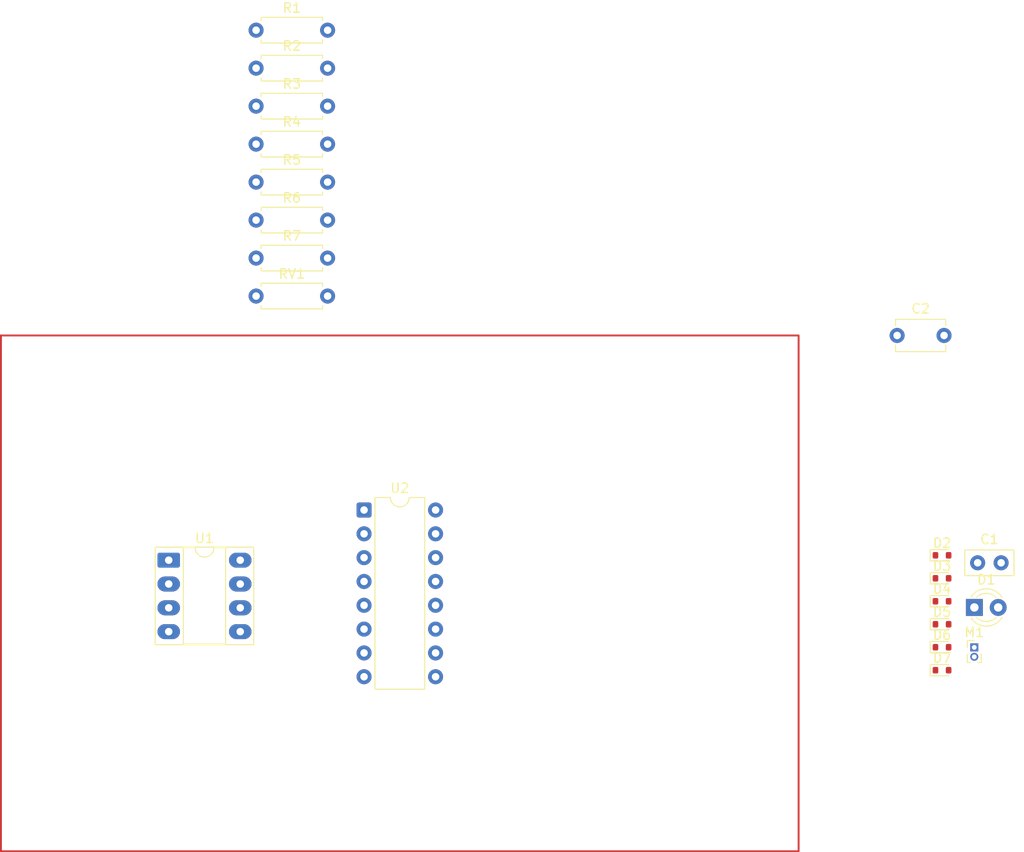
<source format=kicad_pcb>
(kicad_pcb (version 20241229) (generator "pcbnew") (generator_version "9.0")
  (layers (0 "F.Cu" signal) (2 "B.Cu" signal) (13 "F.Paste" user) (15 "B.Paste" user) (5 "F.SilkS" user "F.Silkscreen") (7 "B.SilkS" user "B.Silkscreen") (1 "F.Mask" user) (3 "B.Mask" user) (25 "Edge.Cuts" user))
  (net 0 "")
  (net 1 "Net-(U1-CV)")
  (net 2 "GND")
  (net 3 "Net-(U1-THR)")
  (net 4 "Net-(D1-A)")
  (net 5 "Net-(D2-A)")
  (net 6 "Net-(D2-K)")
  (net 7 "Net-(D3-K)")
  (net 8 "Net-(D4-K)")
  (net 9 "+5V")
  (net 10 "Net-(D6-K)")
  (net 11 "Net-(U1-Q)")
  (net 12 "Net-(U2-EN1,2)")
  (net 13 "Net-(U2-2A)")
  (net 14 "Net-(U2-1A)")
  (net 15 "Net-(U1-R)")
  (footprint "Capacitor_THT:C_Disc_D5.1mm_W3.2mm_P5.00mm" (layer "F.Cu") (at 132.5 51)
    (property "Reference" "C2" (at 2.5 -2.85 0) (layer "F.SilkS"))
    (property "Value" "470p")
    (fp_line (start -0.17 -1.72) (end -0.17 -1.026) (stroke (width 0.12)) (layer "F.SilkS"))
    (fp_line (start -0.17 -1.72) (end 5.17 -1.72) (stroke (width 0.12)) (layer "F.SilkS"))
    (fp_line (start -0.17 1.026) (end -0.17 1.72) (stroke (width 0.12)) (layer "F.SilkS"))
    (fp_line (start -0.17 1.72) (end 5.17 1.72) (stroke (width 0.12)) (layer "F.SilkS"))
    (fp_line (start 5.17 -1.72) (end 5.17 -1.026) (stroke (width 0.12)) (layer "F.SilkS"))
    (fp_line (start 5.17 1.026) (end 5.17 1.72) (stroke (width 0.12)) (layer "F.SilkS"))
    (pad "1" thru_hole circle (at 0 0) (size 1.6 1.6) (drill 0.8) (layers "*.Cu" "*.Mask") (net 3 "Net-(U1-THR)"))
    (pad "2" thru_hole circle (at 5 0) (size 1.6 1.6) (drill 0.8) (layers "*.Cu" "*.Mask") (net 2 "GND"))
  )
  (footprint "Diode_SMD:D_SOD-523" (layer "F.Cu") (at 137.285 84.24)
    (property "Reference" "D6" (at 0 -1.3 0) (layer "F.SilkS"))
    (property "Value" "4007")
    (fp_line (start -1.26 -0.6) (end -1.26 0.6) (stroke (width 0.12)) (layer "F.SilkS"))
    (fp_line (start 0.7 -0.6) (end -1.26 -0.6) (stroke (width 0.12)) (layer "F.SilkS"))
    (fp_line (start 0.7 0.6) (end -1.26 0.6) (stroke (width 0.12)) (layer "F.SilkS"))
    (pad "1" smd roundrect (at -0.7 0 180) (size 0.6 0.7) (layers "F.Cu" "F.Mask" "F.Paste") (net 10 "Net-(D6-K)"))
    (pad "2" smd roundrect (at 0.7 0 180) (size 0.6 0.7) (layers "F.Cu" "F.Mask" "F.Paste") (net 2 "GND"))
  )
  (footprint "Package_DIP:DIP-8_W7.62mm_Socket_LongPads" (layer "F.Cu") (at 54.88 74.96)
    (property "Reference" "U1" (at 3.81 -2.33 0) (layer "F.SilkS"))
    (property "Value" "555")
    (fp_line (start 1.56 -1.33) (end 1.56 8.95) (stroke (width 0.12)) (layer "F.SilkS"))
    (fp_line (start 1.56 8.95) (end 6.06 8.95) (stroke (width 0.12)) (layer "F.SilkS"))
    (fp_line (start 2.81 -1.33) (end 1.56 -1.33) (stroke (width 0.12)) (layer "F.SilkS"))
    (fp_line (start 6.06 -1.33) (end 4.81 -1.33) (stroke (width 0.12)) (layer "F.SilkS"))
    (fp_line (start 6.06 8.95) (end 6.06 -1.33) (stroke (width 0.12)) (layer "F.SilkS"))
    (fp_rect (start -1.44 -1.39) (end 9.06 9.01) (stroke (width 0.12)) (fill no) (layer "F.SilkS"))
    (fp_arc (start 4.81 -1.33) (mid 3.81 -0.33) (end 2.81 -1.33) (stroke (width 0.12)) (layer "F.SilkS"))
    (pad "1" thru_hole roundrect (at 0 0) (size 2.4 1.6) (drill 0.8) (layers "*.Cu" "*.Mask") (roundrect_rratio 0.15625) (net 2 "GND"))
    (pad "2" thru_hole oval (at 0 2.54) (size 2.4 1.6) (drill 0.8) (layers "*.Cu" "*.Mask") (net 3 "Net-(U1-THR)"))
    (pad "3" thru_hole oval (at 0 5.08) (size 2.4 1.6) (drill 0.8) (layers "*.Cu" "*.Mask") (net 11 "Net-(U1-Q)"))
    (pad "4" thru_hole oval (at 0 7.62) (size 2.4 1.6) (drill 0.8) (layers "*.Cu" "*.Mask") (net 15 "Net-(U1-R)"))
    (pad "5" thru_hole oval (at 7.62 7.62) (size 2.4 1.6) (drill 0.8) (layers "*.Cu" "*.Mask") (net 1 "Net-(U1-CV)"))
    (pad "6" thru_hole oval (at 7.62 5.08) (size 2.4 1.6) (drill 0.8) (layers "*.Cu" "*.Mask") (net 3 "Net-(U1-THR)"))
    (pad "7" thru_hole oval (at 7.62 2.54) (size 2.4 1.6) (drill 0.8) (layers "*.Cu" "*.Mask") (net 6 "Net-(D2-K)"))
    (pad "8" thru_hole oval (at 7.62 0) (size 2.4 1.6) (drill 0.8) (layers "*.Cu" "*.Mask") (net 9 "+5V"))
  )
  (footprint "Diode_SMD:D_SOD-523" (layer "F.Cu") (at 137.285 86.69)
    (property "Reference" "D7" (at 0 -1.3 0) (layer "F.SilkS"))
    (property "Value" "4007")
    (fp_line (start -1.26 -0.6) (end -1.26 0.6) (stroke (width 0.12)) (layer "F.SilkS"))
    (fp_line (start 0.7 -0.6) (end -1.26 -0.6) (stroke (width 0.12)) (layer "F.SilkS"))
    (fp_line (start 0.7 0.6) (end -1.26 0.6) (stroke (width 0.12)) (layer "F.SilkS"))
    (pad "1" smd roundrect (at -0.7 0 180) (size 0.6 0.7) (layers "F.Cu" "F.Mask" "F.Paste") (net 9 "+5V"))
    (pad "2" smd roundrect (at 0.7 0 180) (size 0.6 0.7) (layers "F.Cu" "F.Mask" "F.Paste") (net 10 "Net-(D6-K)"))
  )
  (footprint "Resistor_THT:R_Axial_DIN0207_L6.3mm_D2.5mm_P7.62mm_Horizontal" (layer "F.Cu") (at 64.19 34.65)
    (property "Reference" "R5" (at 3.81 -2.37 0) (layer "F.SilkS"))
    (property "Value" "470k")
    (fp_line (start 0.54 -1.37) (end 7.08 -1.37) (stroke (width 0.12)) (layer "F.SilkS"))
    (fp_line (start 0.54 -1.04) (end 0.54 -1.37) (stroke (width 0.12)) (layer "F.SilkS"))
    (fp_line (start 0.54 1.04) (end 0.54 1.37) (stroke (width 0.12)) (layer "F.SilkS"))
    (fp_line (start 0.54 1.37) (end 7.08 1.37) (stroke (width 0.12)) (layer "F.SilkS"))
    (fp_line (start 7.08 -1.37) (end 7.08 -1.04) (stroke (width 0.12)) (layer "F.SilkS"))
    (fp_line (start 7.08 1.37) (end 7.08 1.04) (stroke (width 0.12)) (layer "F.SilkS"))
    (pad "1" thru_hole circle (at 0 0) (size 1.6 1.6) (drill 0.8) (layers "*.Cu" "*.Mask") (net 2 "GND"))
    (pad "2" thru_hole oval (at 7.62 0) (size 1.6 1.6) (drill 0.8) (layers "*.Cu" "*.Mask") (net 13 "Net-(U2-2A)"))
  )
  (footprint "LED_THT:LED_D3.0mm_Clear" (layer "F.Cu") (at 140.73 80)
    (property "Reference" "D1" (at 1.27 -2.96 0) (layer "F.SilkS"))
    (property "Value" "LED")
    (fp_line (start -0.29 -1.236) (end -0.29 -1.08) (stroke (width 0.12)) (layer "F.SilkS"))
    (fp_line (start -0.29 1.08) (end -0.29 1.236) (stroke (width 0.12)) (layer "F.SilkS"))
    (fp_arc (start -0.29 -1.235516) (mid 1.365624 -1.987701) (end 2.941397 -1.080061) (stroke (width 0.12)) (layer "F.SilkS"))
    (fp_arc (start 0.229039 -1.08) (mid 1.269964 -1.5) (end 2.31091 -1.080049) (stroke (width 0.12)) (layer "F.SilkS"))
    (fp_arc (start 2.31091 1.080049) (mid 1.269964 1.5) (end 0.229039 1.08) (stroke (width 0.12)) (layer "F.SilkS"))
    (fp_arc (start 2.941397 1.080061) (mid 1.365624 1.987701) (end -0.29 1.235516) (stroke (width 0.12)) (layer "F.SilkS"))
    (pad "1" thru_hole rect (at 0 0) (size 1.8 1.8) (drill 0.9) (layers "*.Cu" "*.Mask") (net 2 "GND"))
    (pad "2" thru_hole circle (at 2.54 0) (size 1.8 1.8) (drill 0.9) (layers "*.Cu" "*.Mask") (net 4 "Net-(D1-A)"))
  )
  (footprint "Capacitor_THT:C_Disc_D5.0mm_W2.5mm_P2.50mm" (layer "F.Cu") (at 141.08 75.24)
    (property "Reference" "C1" (at 1.25 -2.5 0) (layer "F.SilkS"))
    (property "Value" "100n")
    (fp_line (start -1.37 -1.37) (end -1.37 1.37) (stroke (width 0.12)) (layer "F.SilkS"))
    (fp_line (start -1.37 -1.37) (end 3.87 -1.37) (stroke (width 0.12)) (layer "F.SilkS"))
    (fp_line (start -1.37 1.37) (end 3.87 1.37) (stroke (width 0.12)) (layer "F.SilkS"))
    (fp_line (start 3.87 -1.37) (end 3.87 1.37) (stroke (width 0.12)) (layer "F.SilkS"))
    (pad "1" thru_hole circle (at 0 0) (size 1.6 1.6) (drill 0.8) (layers "*.Cu" "*.Mask") (net 1 "Net-(U1-CV)"))
    (pad "2" thru_hole circle (at 2.5 0) (size 1.6 1.6) (drill 0.8) (layers "*.Cu" "*.Mask") (net 2 "GND"))
  )
  (footprint "Connector_PinHeader_1.00mm:PinHeader_1x02_P1.00mm_Vertical" (layer "F.Cu") (at 140.72 84.26)
    (property "Reference" "M1" (at 0 -1.61 0) (layer "F.SilkS"))
    (property "Value" "Motorreductor")
    (fp_line (start -0.745 -0.735) (end 0 -0.735) (stroke (width 0.12)) (layer "F.SilkS"))
    (fp_line (start -0.745 0) (end -0.745 -0.735) (stroke (width 0.12)) (layer "F.SilkS"))
    (fp_line (start -0.745 0.735) (end -0.745 1.61) (stroke (width 0.12)) (layer "F.SilkS"))
    (fp_line (start -0.745 0.735) (end -0.685565 0.735) (stroke (width 0.12)) (layer "F.SilkS"))
    (fp_line (start -0.745 1.61) (end -0.41003 1.61) (stroke (width 0.12)) (layer "F.SilkS"))
    (fp_line (start 0.41003 1.61) (end 0.745 1.61) (stroke (width 0.12)) (layer "F.SilkS"))
    (fp_line (start 0.685565 0.735) (end 0.745 0.735) (stroke (width 0.12)) (layer "F.SilkS"))
    (fp_line (start 0.745 0.735) (end 0.745 1.61) (stroke (width 0.12)) (layer "F.SilkS"))
    (pad "1" thru_hole rect (at 0 0) (size 0.85 0.85) (drill 0.5) (layers "*.Cu" "*.Mask") (net 8 "Net-(D4-K)"))
    (pad "2" thru_hole circle (at 0 1) (size 0.85 0.85) (drill 0.5) (layers "*.Cu" "*.Mask") (net 10 "Net-(D6-K)"))
  )
  (footprint "Resistor_THT:R_Axial_DIN0207_L6.3mm_D2.5mm_P7.62mm_Horizontal" (layer "F.Cu") (at 64.19 30.6)
    (property "Reference" "R4" (at 3.81 -2.37 0) (layer "F.SilkS"))
    (property "Value" "100k")
    (fp_line (start 0.54 -1.37) (end 7.08 -1.37) (stroke (width 0.12)) (layer "F.SilkS"))
    (fp_line (start 0.54 -1.04) (end 0.54 -1.37) (stroke (width 0.12)) (layer "F.SilkS"))
    (fp_line (start 0.54 1.04) (end 0.54 1.37) (stroke (width 0.12)) (layer "F.SilkS"))
    (fp_line (start 0.54 1.37) (end 7.08 1.37) (stroke (width 0.12)) (layer "F.SilkS"))
    (fp_line (start 7.08 -1.37) (end 7.08 -1.04) (stroke (width 0.12)) (layer "F.SilkS"))
    (fp_line (start 7.08 1.37) (end 7.08 1.04) (stroke (width 0.12)) (layer "F.SilkS"))
    (pad "1" thru_hole circle (at 0 0) (size 1.6 1.6) (drill 0.8) (layers "*.Cu" "*.Mask") (net 12 "Net-(U2-EN1,2)"))
    (pad "2" thru_hole oval (at 7.62 0) (size 1.6 1.6) (drill 0.8) (layers "*.Cu" "*.Mask") (net 2 "GND"))
  )
  (footprint "Resistor_THT:R_Axial_DIN0207_L6.3mm_D2.5mm_P7.62mm_Horizontal" (layer "F.Cu") (at 64.19 22.5)
    (property "Reference" "R2" (at 3.81 -2.37 0) (layer "F.SilkS"))
    (property "Value" "1k")
    (fp_line (start 0.54 -1.37) (end 7.08 -1.37) (stroke (width 0.12)) (layer "F.SilkS"))
    (fp_line (start 0.54 -1.04) (end 0.54 -1.37) (stroke (width 0.12)) (layer "F.SilkS"))
    (fp_line (start 0.54 1.04) (end 0.54 1.37) (stroke (width 0.12)) (layer "F.SilkS"))
    (fp_line (start 0.54 1.37) (end 7.08 1.37) (stroke (width 0.12)) (layer "F.SilkS"))
    (fp_line (start 7.08 -1.37) (end 7.08 -1.04) (stroke (width 0.12)) (layer "F.SilkS"))
    (fp_line (start 7.08 1.37) (end 7.08 1.04) (stroke (width 0.12)) (layer "F.SilkS"))
    (pad "1" thru_hole circle (at 0 0) (size 1.6 1.6) (drill 0.8) (layers "*.Cu" "*.Mask") (net 9 "+5V"))
    (pad "2" thru_hole oval (at 7.62 0) (size 1.6 1.6) (drill 0.8) (layers "*.Cu" "*.Mask") (net 6 "Net-(D2-K)"))
  )
  (footprint "Diode_SMD:D_SOD-523" (layer "F.Cu") (at 137.285 74.44)
    (property "Reference" "D2" (at 0 -1.3 0) (layer "F.SilkS"))
    (property "Value" "1n4148")
    (fp_line (start -1.26 -0.6) (end -1.26 0.6) (stroke (width 0.12)) (layer "F.SilkS"))
    (fp_line (start 0.7 -0.6) (end -1.26 -0.6) (stroke (width 0.12)) (layer "F.SilkS"))
    (fp_line (start 0.7 0.6) (end -1.26 0.6) (stroke (width 0.12)) (layer "F.SilkS"))
    (pad "1" smd roundrect (at -0.7 0 180) (size 0.6 0.7) (layers "F.Cu" "F.Mask" "F.Paste") (net 6 "Net-(D2-K)"))
    (pad "2" smd roundrect (at 0.7 0 180) (size 0.6 0.7) (layers "F.Cu" "F.Mask" "F.Paste") (net 5 "Net-(D2-A)"))
  )
  (footprint "Package_DIP:DIP-16_W7.62mm" (layer "F.Cu") (at 75.695 69.61)
    (property "Reference" "U2" (at 3.81 -2.33 0) (layer "F.SilkS"))
    (property "Value" "L293D")
    (fp_line (start 1.16 -1.33) (end 1.16 19.11) (stroke (width 0.12)) (layer "F.SilkS"))
    (fp_line (start 1.16 19.11) (end 6.46 19.11) (stroke (width 0.12)) (layer "F.SilkS"))
    (fp_line (start 2.81 -1.33) (end 1.16 -1.33) (stroke (width 0.12)) (layer "F.SilkS"))
    (fp_line (start 6.46 -1.33) (end 4.81 -1.33) (stroke (width 0.12)) (layer "F.SilkS"))
    (fp_line (start 6.46 19.11) (end 6.46 -1.33) (stroke (width 0.12)) (layer "F.SilkS"))
    (fp_arc (start 4.81 -1.33) (mid 3.81 -0.33) (end 2.81 -1.33) (stroke (width 0.12)) (layer "F.SilkS"))
    (pad "1" thru_hole roundrect (at 0 0) (size 1.6 1.6) (drill 0.8) (layers "*.Cu" "*.Mask") (roundrect_rratio 0.15625) (net 12 "Net-(U2-EN1,2)"))
    (pad "2" thru_hole circle (at 0 2.54) (size 1.6 1.6) (drill 0.8) (layers "*.Cu" "*.Mask") (net 14 "Net-(U2-1A)"))
    (pad "3" thru_hole circle (at 0 5.08) (size 1.6 1.6) (drill 0.8) (layers "*.Cu" "*.Mask") (net 8 "Net-(D4-K)"))
    (pad "4" thru_hole circle (at 0 7.62) (size 1.6 1.6) (drill 0.8) (layers "*.Cu" "*.Mask") (net 2 "GND"))
    (pad "5" thru_hole circle (at 0 10.16) (size 1.6 1.6) (drill 0.8) (layers "*.Cu" "*.Mask") (net 2 "GND"))
    (pad "6" thru_hole circle (at 0 12.7) (size 1.6 1.6) (drill 0.8) (layers "*.Cu" "*.Mask") (net 10 "Net-(D6-K)"))
    (pad "7" thru_hole circle (at 0 15.24) (size 1.6 1.6) (drill 0.8) (layers "*.Cu" "*.Mask") (net 13 "Net-(U2-2A)"))
    (pad "8" thru_hole circle (at 0 17.78) (size 1.6 1.6) (drill 0.8) (layers "*.Cu" "*.Mask") (net 9 "+5V"))
    (pad "9" thru_hole circle (at 7.62 17.78) (size 1.6 1.6) (drill 0.8) (layers "*.Cu" "*.Mask"))
    (pad "10" thru_hole circle (at 7.62 15.24) (size 1.6 1.6) (drill 0.8) (layers "*.Cu" "*.Mask"))
    (pad "11" thru_hole circle (at 7.62 12.7) (size 1.6 1.6) (drill 0.8) (layers "*.Cu" "*.Mask"))
    (pad "12" thru_hole circle (at 7.62 10.16) (size 1.6 1.6) (drill 0.8) (layers "*.Cu" "*.Mask") (net 2 "GND"))
    (pad "13" thru_hole circle (at 7.62 7.62) (size 1.6 1.6) (drill 0.8) (layers "*.Cu" "*.Mask") (net 2 "GND"))
    (pad "14" thru_hole circle (at 7.62 5.08) (size 1.6 1.6) (drill 0.8) (layers "*.Cu" "*.Mask"))
    (pad "15" thru_hole circle (at 7.62 2.54) (size 1.6 1.6) (drill 0.8) (layers "*.Cu" "*.Mask"))
    (pad "16" thru_hole circle (at 7.62 0) (size 1.6 1.6) (drill 0.8) (layers "*.Cu" "*.Mask") (net 9 "+5V"))
  )
  (footprint "Diode_SMD:D_SOD-523" (layer "F.Cu") (at 137.285 79.34)
    (property "Reference" "D4" (at 0 -1.3 0) (layer "F.SilkS"))
    (property "Value" "4007")
    (fp_line (start -1.26 -0.6) (end -1.26 0.6) (stroke (width 0.12)) (layer "F.SilkS"))
    (fp_line (start 0.7 -0.6) (end -1.26 -0.6) (stroke (width 0.12)) (layer "F.SilkS"))
    (fp_line (start 0.7 0.6) (end -1.26 0.6) (stroke (width 0.12)) (layer "F.SilkS"))
    (pad "1" smd roundrect (at -0.7 0 180) (size 0.6 0.7) (layers "F.Cu" "F.Mask" "F.Paste") (net 8 "Net-(D4-K)"))
    (pad "2" smd roundrect (at 0.7 0 180) (size 0.6 0.7) (layers "F.Cu" "F.Mask" "F.Paste") (net 2 "GND"))
  )
  (footprint "Resistor_THT:R_Axial_DIN0207_L6.3mm_D2.5mm_P7.62mm_Horizontal" (layer "F.Cu") (at 64.19 38.7)
    (property "Reference" "R6" (at 3.81 -2.37 0) (layer "F.SilkS"))
    (property "Value" "470k")
    (fp_line (start 0.54 -1.37) (end 7.08 -1.37) (stroke (width 0.12)) (layer "F.SilkS"))
    (fp_line (start 0.54 -1.04) (end 0.54 -1.37) (stroke (width 0.12)) (layer "F.SilkS"))
    (fp_line (start 0.54 1.04) (end 0.54 1.37) (stroke (width 0.12)) (layer "F.SilkS"))
    (fp_line (start 0.54 1.37) (end 7.08 1.37) (stroke (width 0.12)) (layer "F.SilkS"))
    (fp_line (start 7.08 -1.37) (end 7.08 -1.04) (stroke (width 0.12)) (layer "F.SilkS"))
    (fp_line (start 7.08 1.37) (end 7.08 1.04) (stroke (width 0.12)) (layer "F.SilkS"))
    (pad "1" thru_hole circle (at 0 0) (size 1.6 1.6) (drill 0.8) (layers "*.Cu" "*.Mask") (net 2 "GND"))
    (pad "2" thru_hole oval (at 7.62 0) (size 1.6 1.6) (drill 0.8) (layers "*.Cu" "*.Mask") (net 14 "Net-(U2-1A)"))
  )
  (footprint "Resistor_THT:R_Axial_DIN0207_L6.3mm_D2.5mm_P7.62mm_Horizontal" (layer "F.Cu") (at 64.19 18.45)
    (property "Reference" "R1" (at 3.81 -2.37 0) (layer "F.SilkS"))
    (property "Value" "1k")
    (fp_line (start 0.54 -1.37) (end 7.08 -1.37) (stroke (width 0.12)) (layer "F.SilkS"))
    (fp_line (start 0.54 -1.04) (end 0.54 -1.37) (stroke (width 0.12)) (layer "F.SilkS"))
    (fp_line (start 0.54 1.04) (end 0.54 1.37) (stroke (width 0.12)) (layer "F.SilkS"))
    (fp_line (start 0.54 1.37) (end 7.08 1.37) (stroke (width 0.12)) (layer "F.SilkS"))
    (fp_line (start 7.08 -1.37) (end 7.08 -1.04) (stroke (width 0.12)) (layer "F.SilkS"))
    (fp_line (start 7.08 1.37) (end 7.08 1.04) (stroke (width 0.12)) (layer "F.SilkS"))
    (pad "1" thru_hole circle (at 0 0) (size 1.6 1.6) (drill 0.8) (layers "*.Cu" "*.Mask") (net 11 "Net-(U1-Q)"))
    (pad "2" thru_hole oval (at 7.62 0) (size 1.6 1.6) (drill 0.8) (layers "*.Cu" "*.Mask") (net 4 "Net-(D1-A)"))
  )
  (footprint "Resistor_THT:R_Axial_DIN0207_L6.3mm_D2.5mm_P7.62mm_Horizontal" (layer "F.Cu") (at 64.19 42.75)
    (property "Reference" "R7" (at 3.81 -2.37 0) (layer "F.SilkS"))
    (property "Value" "100k")
    (fp_line (start 0.54 -1.37) (end 7.08 -1.37) (stroke (width 0.12)) (layer "F.SilkS"))
    (fp_line (start 0.54 -1.04) (end 0.54 -1.37) (stroke (width 0.12)) (layer "F.SilkS"))
    (fp_line (start 0.54 1.04) (end 0.54 1.37) (stroke (width 0.12)) (layer "F.SilkS"))
    (fp_line (start 0.54 1.37) (end 7.08 1.37) (stroke (width 0.12)) (layer "F.SilkS"))
    (fp_line (start 7.08 -1.37) (end 7.08 -1.04) (stroke (width 0.12)) (layer "F.SilkS"))
    (fp_line (start 7.08 1.37) (end 7.08 1.04) (stroke (width 0.12)) (layer "F.SilkS"))
    (pad "1" thru_hole circle (at 0 0) (size 1.6 1.6) (drill 0.8) (layers "*.Cu" "*.Mask") (net 2 "GND"))
    (pad "2" thru_hole oval (at 7.62 0) (size 1.6 1.6) (drill 0.8) (layers "*.Cu" "*.Mask") (net 15 "Net-(U1-R)"))
  )
  (footprint "Diode_SMD:D_SOD-523" (layer "F.Cu") (at 137.285 81.79)
    (property "Reference" "D5" (at 0 -1.3 0) (layer "F.SilkS"))
    (property "Value" "4007")
    (fp_line (start -1.26 -0.6) (end -1.26 0.6) (stroke (width 0.12)) (layer "F.SilkS"))
    (fp_line (start 0.7 -0.6) (end -1.26 -0.6) (stroke (width 0.12)) (layer "F.SilkS"))
    (fp_line (start 0.7 0.6) (end -1.26 0.6) (stroke (width 0.12)) (layer "F.SilkS"))
    (pad "1" smd roundrect (at -0.7 0 180) (size 0.6 0.7) (layers "F.Cu" "F.Mask" "F.Paste") (net 9 "+5V"))
    (pad "2" smd roundrect (at 0.7 0 180) (size 0.6 0.7) (layers "F.Cu" "F.Mask" "F.Paste") (net 8 "Net-(D4-K)"))
  )
  (footprint "Resistor_THT:R_Axial_DIN0207_L6.3mm_D2.5mm_P7.62mm_Horizontal" (layer "F.Cu") (at 64.19 26.55)
    (property "Reference" "R3" (at 3.81 -2.37 0) (layer "F.SilkS"))
    (property "Value" "1k")
    (fp_line (start 0.54 -1.37) (end 7.08 -1.37) (stroke (width 0.12)) (layer "F.SilkS"))
    (fp_line (start 0.54 -1.04) (end 0.54 -1.37) (stroke (width 0.12)) (layer "F.SilkS"))
    (fp_line (start 0.54 1.04) (end 0.54 1.37) (stroke (width 0.12)) (layer "F.SilkS"))
    (fp_line (start 0.54 1.37) (end 7.08 1.37) (stroke (width 0.12)) (layer "F.SilkS"))
    (fp_line (start 7.08 -1.37) (end 7.08 -1.04) (stroke (width 0.12)) (layer "F.SilkS"))
    (fp_line (start 7.08 1.37) (end 7.08 1.04) (stroke (width 0.12)) (layer "F.SilkS"))
    (pad "1" thru_hole circle (at 0 0) (size 1.6 1.6) (drill 0.8) (layers "*.Cu" "*.Mask") (net 11 "Net-(U1-Q)"))
    (pad "2" thru_hole oval (at 7.62 0) (size 1.6 1.6) (drill 0.8) (layers "*.Cu" "*.Mask") (net 12 "Net-(U2-EN1,2)"))
  )
  (footprint "Resistor_THT:R_Axial_DIN0207_L6.3mm_D2.5mm_P7.62mm_Horizontal" (layer "F.Cu") (at 64.19 46.8)
    (property "Reference" "RV1" (at 3.81 -2.37 0) (layer "F.SilkS"))
    (property "Value" "100k")
    (fp_line (start 0.54 -1.37) (end 7.08 -1.37) (stroke (width 0.12)) (layer "F.SilkS"))
    (fp_line (start 0.54 -1.04) (end 0.54 -1.37) (stroke (width 0.12)) (layer "F.SilkS"))
    (fp_line (start 0.54 1.04) (end 0.54 1.37) (stroke (width 0.12)) (layer "F.SilkS"))
    (fp_line (start 0.54 1.37) (end 7.08 1.37) (stroke (width 0.12)) (layer "F.SilkS"))
    (fp_line (start 7.08 -1.37) (end 7.08 -1.04) (stroke (width 0.12)) (layer "F.SilkS"))
    (fp_line (start 7.08 1.37) (end 7.08 1.04) (stroke (width 0.12)) (layer "F.SilkS"))
    (pad "1" thru_hole circle (at 0 0) (size 1.6 1.6) (drill 0.8) (layers "*.Cu" "*.Mask") (net 5 "Net-(D2-A)"))
    (pad "2" thru_hole oval (at 7.62 0) (size 1.6 1.6) (drill 0.8) (layers "*.Cu" "*.Mask") (net 3 "Net-(U1-THR)"))
  )
  (footprint "Diode_SMD:D_SOD-523" (layer "F.Cu") (at 137.285 76.89)
    (property "Reference" "D3" (at 0 -1.3 0) (layer "F.SilkS"))
    (property "Value" "1n4148")
    (fp_line (start -1.26 -0.6) (end -1.26 0.6) (stroke (width 0.12)) (layer "F.SilkS"))
    (fp_line (start 0.7 -0.6) (end -1.26 -0.6) (stroke (width 0.12)) (layer "F.SilkS"))
    (fp_line (start 0.7 0.6) (end -1.26 0.6) (stroke (width 0.12)) (layer "F.SilkS"))
    (pad "1" smd roundrect (at -0.7 0 180) (size 0.6 0.7) (layers "F.Cu" "F.Mask" "F.Paste") (net 7 "Net-(D3-K)"))
    (pad "2" smd roundrect (at 0.7 0 180) (size 0.6 0.7) (layers "F.Cu" "F.Mask" "F.Paste") (net 6 "Net-(D2-K)"))
  )
  (gr_rect (start 37 51) (end 122 106) (stroke (width 0.2)) (fill no) (layer "F.Cu"))
)
</source>
